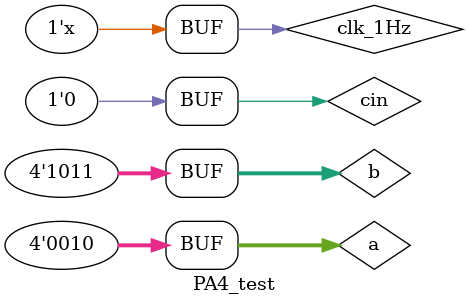
<source format=v>
`timescale 1ns/100ps
module PA4_test();
  reg clk_1Hz,cin;
  reg [3:0]a,b;
  wire [3:0]s;
  wire cout;
  PA4 u0(a,b,cin,s,cout);
  always #50 clk_1Hz = ~clk_1Hz ;
  initial
  begin
	 clk_1Hz=0;cin=0;
	 a=4'b0000;b=4'b1010;
	 #100;
	 a=4'b1000;b=4'b1110;  
	 #100;
	 a=4'b0100;b=4'b1000;  
	 #100;
	 a=4'b0010;b=4'b1011;   
	 end
endmodule

</source>
